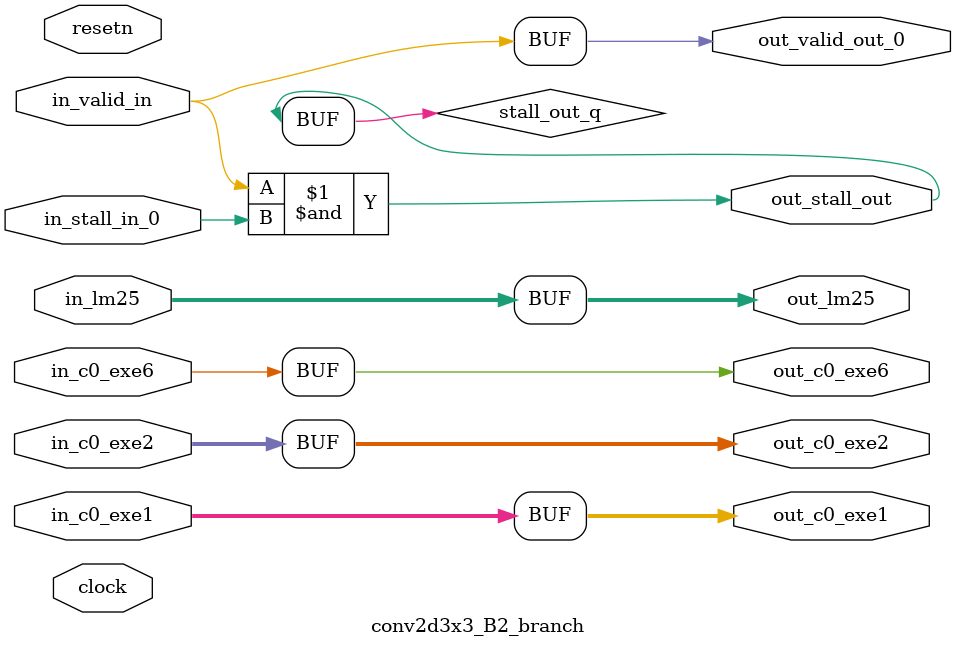
<source format=sv>



(* altera_attribute = "-name AUTO_SHIFT_REGISTER_RECOGNITION OFF; -name MESSAGE_DISABLE 10036; -name MESSAGE_DISABLE 10037; -name MESSAGE_DISABLE 14130; -name MESSAGE_DISABLE 14320; -name MESSAGE_DISABLE 15400; -name MESSAGE_DISABLE 14130; -name MESSAGE_DISABLE 10036; -name MESSAGE_DISABLE 12020; -name MESSAGE_DISABLE 12030; -name MESSAGE_DISABLE 12010; -name MESSAGE_DISABLE 12110; -name MESSAGE_DISABLE 14320; -name MESSAGE_DISABLE 13410; -name MESSAGE_DISABLE 113007; -name MESSAGE_DISABLE 10958" *)
module conv2d3x3_B2_branch (
    input wire [63:0] in_c0_exe1,
    input wire [63:0] in_c0_exe2,
    input wire [0:0] in_c0_exe6,
    input wire [31:0] in_lm25,
    input wire [0:0] in_stall_in_0,
    input wire [0:0] in_valid_in,
    output wire [63:0] out_c0_exe1,
    output wire [63:0] out_c0_exe2,
    output wire [0:0] out_c0_exe6,
    output wire [31:0] out_lm25,
    output wire [0:0] out_stall_out,
    output wire [0:0] out_valid_out_0,
    input wire clock,
    input wire resetn
    );

    wire [0:0] stall_out_q;


    // out_c0_exe1(GPOUT,8)
    assign out_c0_exe1 = in_c0_exe1;

    // out_c0_exe2(GPOUT,9)
    assign out_c0_exe2 = in_c0_exe2;

    // out_c0_exe6(GPOUT,10)
    assign out_c0_exe6 = in_c0_exe6;

    // out_lm25(GPOUT,11)
    assign out_lm25 = in_lm25;

    // stall_out(LOGICAL,14)
    assign stall_out_q = in_valid_in & in_stall_in_0;

    // out_stall_out(GPOUT,12)
    assign out_stall_out = stall_out_q;

    // out_valid_out_0(GPOUT,13)
    assign out_valid_out_0 = in_valid_in;

endmodule

</source>
